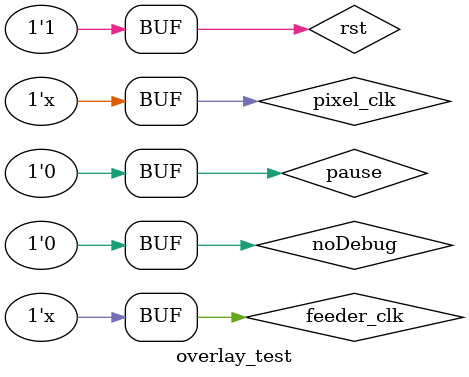
<source format=v>
`timescale 1 ns/ 1 ns
module overlay_test(

);
parameter h_visible = 1024;
parameter h_fporch_end = h_visible+24;
parameter h_sync_end = h_fporch_end+136;
parameter h_bporch_end = h_sync_end+160;
parameter v_visible = 768;
parameter v_fporch_end = v_visible+3;
parameter v_sync_end = v_fporch_end+6;
parameter v_bporch_end = v_sync_end+29;

reg pause,noDebug;

reg pixel_clk, feeder_clk;
reg rst;
wire hsync, vsync, de;

initial begin
    feeder_clk=0;
    pixel_clk=0;
    noDebug=0;
    pause=0;
    rst = 0;
    #10 rst=1;
end

always begin
    #10 pixel_clk = ~pixel_clk; //50MHz
end

always begin
    #8 feeder_clk = ~feeder_clk; //faster than pixel clock
end

vga vga1(
.pixel_clk(pixel_clk),
.rst(rst),
.hsync(hsync),
.vsync(vsync),
.visible_area(de),
.hcnt(),
.vcnt()
);
defparam vga1.h_visible = h_visible;
defparam vga1.h_fporch_end = h_fporch_end;
defparam vga1.h_sync_end = h_sync_end;
defparam vga1.h_bporch_end = h_bporch_end;
defparam vga1.v_visible = v_visible;
defparam vga1.v_fporch_end = v_fporch_end;
defparam vga1.v_sync_end = v_sync_end;
defparam vga1.v_bporch_end = v_bporch_end;

wire[31:0] fifoData;
wire fifoRdclk,fifoRdreq,fifoRdEmpty;

wire pixel_clk_o;
wire vsync_o;
wire hsync_o;
wire de_o;
wire[7:0] pixel_r_o;
wire[7:0] pixel_g_o;
wire[7:0] pixel_b_o;

danmaku_overlay overlay1(
  .rst(rst),

  .scdt_in(1'b1),
  .odck_in(pixel_clk),
  .vsync_in(vsync),
  .hsync_in(hsync),
  .de_in(de),
  .pixel_r_in(8'hff),
  .pixel_g_in(8'hff),
  .pixel_b_in(8'hff),
  .fifoData_in(fifoData),
  .fifoRdEmpty(fifoRdEmpty),
  .noDebug(noDebug), 

  .pixel_clk_o(pixel_clk_o),
  .vsync_o(vsync_o),
  .hsync_o(hsync_o),
  .de_o(de_o),
  .pixel_r_o(pixel_r_o),
  .pixel_g_o(pixel_g_o),
  .pixel_b_o(pixel_b_o),
  .fifoRdclk(fifoRdclk),
  .fifoRdreq(fifoRdreq)

);

test_img_feeder feeder1(
  .rst(rst),
  .clk(feeder_clk),

  .fifoData_out(fifoData),
  .fifoRdclk(fifoRdclk),
  .fifoRdreq(fifoRdreq),
  .fifoRdempty(fifoRdEmpty),
  
  .pause(pause)
);

endmodule
</source>
